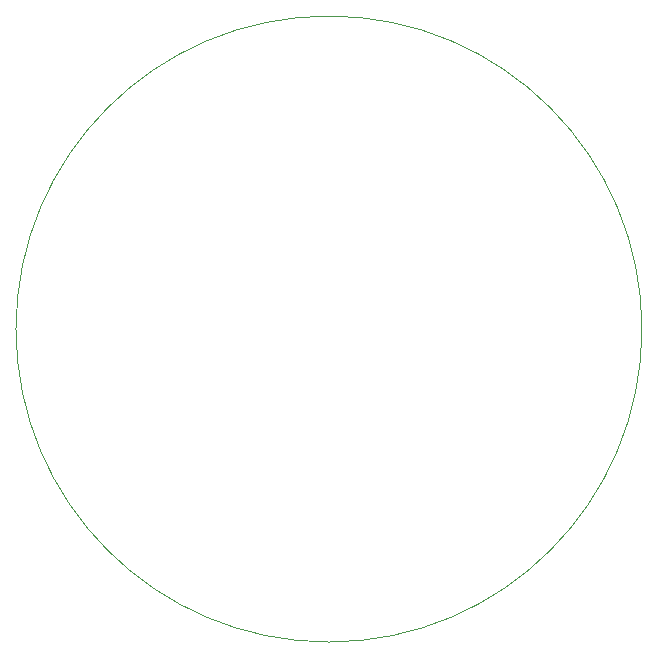
<source format=gbr>
G04 #@! TF.GenerationSoftware,KiCad,Pcbnew,(5.1.5)-3*
G04 #@! TF.CreationDate,2020-02-28T17:34:21-07:00*
G04 #@! TF.ProjectId,Gateway04,47617465-7761-4793-9034-2e6b69636164,rev?*
G04 #@! TF.SameCoordinates,Original*
G04 #@! TF.FileFunction,Profile,NP*
%FSLAX46Y46*%
G04 Gerber Fmt 4.6, Leading zero omitted, Abs format (unit mm)*
G04 Created by KiCad (PCBNEW (5.1.5)-3) date 2020-02-28 17:34:21*
%MOMM*%
%LPD*%
G04 APERTURE LIST*
%ADD10C,0.050000*%
G04 APERTURE END LIST*
D10*
X120352000Y-97250000D02*
G75*
G03X120352000Y-97250000I-26500000J0D01*
G01*
M02*

</source>
